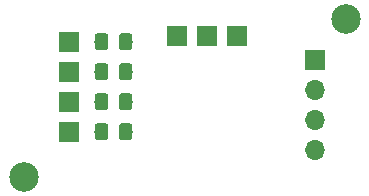
<source format=gbr>
G04 #@! TF.GenerationSoftware,KiCad,Pcbnew,5.1.2-f72e74a~84~ubuntu18.04.1*
G04 #@! TF.CreationDate,2019-07-02T11:32:23+08:00*
G04 #@! TF.ProjectId,cs4354-daughterboard_noDIL,63733433-3534-42d6-9461-756768746572,rev?*
G04 #@! TF.SameCoordinates,Original*
G04 #@! TF.FileFunction,Soldermask,Bot*
G04 #@! TF.FilePolarity,Negative*
%FSLAX46Y46*%
G04 Gerber Fmt 4.6, Leading zero omitted, Abs format (unit mm)*
G04 Created by KiCad (PCBNEW 5.1.2-f72e74a~84~ubuntu18.04.1) date 2019-07-02 11:32:23*
%MOMM*%
%LPD*%
G04 APERTURE LIST*
%ADD10C,0.100000*%
%ADD11C,1.150000*%
%ADD12C,2.500000*%
%ADD13R,1.700000X1.700000*%
%ADD14O,1.700000X1.700000*%
G04 APERTURE END LIST*
D10*
G36*
X133200505Y-67373204D02*
G01*
X133224773Y-67376804D01*
X133248572Y-67382765D01*
X133271671Y-67391030D01*
X133293850Y-67401520D01*
X133314893Y-67414132D01*
X133334599Y-67428747D01*
X133352777Y-67445223D01*
X133369253Y-67463401D01*
X133383868Y-67483107D01*
X133396480Y-67504150D01*
X133406970Y-67526329D01*
X133415235Y-67549428D01*
X133421196Y-67573227D01*
X133424796Y-67597495D01*
X133426000Y-67621999D01*
X133426000Y-68522001D01*
X133424796Y-68546505D01*
X133421196Y-68570773D01*
X133415235Y-68594572D01*
X133406970Y-68617671D01*
X133396480Y-68639850D01*
X133383868Y-68660893D01*
X133369253Y-68680599D01*
X133352777Y-68698777D01*
X133334599Y-68715253D01*
X133314893Y-68729868D01*
X133293850Y-68742480D01*
X133271671Y-68752970D01*
X133248572Y-68761235D01*
X133224773Y-68767196D01*
X133200505Y-68770796D01*
X133176001Y-68772000D01*
X132525999Y-68772000D01*
X132501495Y-68770796D01*
X132477227Y-68767196D01*
X132453428Y-68761235D01*
X132430329Y-68752970D01*
X132408150Y-68742480D01*
X132387107Y-68729868D01*
X132367401Y-68715253D01*
X132349223Y-68698777D01*
X132332747Y-68680599D01*
X132318132Y-68660893D01*
X132305520Y-68639850D01*
X132295030Y-68617671D01*
X132286765Y-68594572D01*
X132280804Y-68570773D01*
X132277204Y-68546505D01*
X132276000Y-68522001D01*
X132276000Y-67621999D01*
X132277204Y-67597495D01*
X132280804Y-67573227D01*
X132286765Y-67549428D01*
X132295030Y-67526329D01*
X132305520Y-67504150D01*
X132318132Y-67483107D01*
X132332747Y-67463401D01*
X132349223Y-67445223D01*
X132367401Y-67428747D01*
X132387107Y-67414132D01*
X132408150Y-67401520D01*
X132430329Y-67391030D01*
X132453428Y-67382765D01*
X132477227Y-67376804D01*
X132501495Y-67373204D01*
X132525999Y-67372000D01*
X133176001Y-67372000D01*
X133200505Y-67373204D01*
X133200505Y-67373204D01*
G37*
D11*
X132851000Y-68072000D03*
D10*
G36*
X131150505Y-67373204D02*
G01*
X131174773Y-67376804D01*
X131198572Y-67382765D01*
X131221671Y-67391030D01*
X131243850Y-67401520D01*
X131264893Y-67414132D01*
X131284599Y-67428747D01*
X131302777Y-67445223D01*
X131319253Y-67463401D01*
X131333868Y-67483107D01*
X131346480Y-67504150D01*
X131356970Y-67526329D01*
X131365235Y-67549428D01*
X131371196Y-67573227D01*
X131374796Y-67597495D01*
X131376000Y-67621999D01*
X131376000Y-68522001D01*
X131374796Y-68546505D01*
X131371196Y-68570773D01*
X131365235Y-68594572D01*
X131356970Y-68617671D01*
X131346480Y-68639850D01*
X131333868Y-68660893D01*
X131319253Y-68680599D01*
X131302777Y-68698777D01*
X131284599Y-68715253D01*
X131264893Y-68729868D01*
X131243850Y-68742480D01*
X131221671Y-68752970D01*
X131198572Y-68761235D01*
X131174773Y-68767196D01*
X131150505Y-68770796D01*
X131126001Y-68772000D01*
X130475999Y-68772000D01*
X130451495Y-68770796D01*
X130427227Y-68767196D01*
X130403428Y-68761235D01*
X130380329Y-68752970D01*
X130358150Y-68742480D01*
X130337107Y-68729868D01*
X130317401Y-68715253D01*
X130299223Y-68698777D01*
X130282747Y-68680599D01*
X130268132Y-68660893D01*
X130255520Y-68639850D01*
X130245030Y-68617671D01*
X130236765Y-68594572D01*
X130230804Y-68570773D01*
X130227204Y-68546505D01*
X130226000Y-68522001D01*
X130226000Y-67621999D01*
X130227204Y-67597495D01*
X130230804Y-67573227D01*
X130236765Y-67549428D01*
X130245030Y-67526329D01*
X130255520Y-67504150D01*
X130268132Y-67483107D01*
X130282747Y-67463401D01*
X130299223Y-67445223D01*
X130317401Y-67428747D01*
X130337107Y-67414132D01*
X130358150Y-67401520D01*
X130380329Y-67391030D01*
X130403428Y-67382765D01*
X130427227Y-67376804D01*
X130451495Y-67373204D01*
X130475999Y-67372000D01*
X131126001Y-67372000D01*
X131150505Y-67373204D01*
X131150505Y-67373204D01*
G37*
D11*
X130801000Y-68072000D03*
D10*
G36*
X133200505Y-64833204D02*
G01*
X133224773Y-64836804D01*
X133248572Y-64842765D01*
X133271671Y-64851030D01*
X133293850Y-64861520D01*
X133314893Y-64874132D01*
X133334599Y-64888747D01*
X133352777Y-64905223D01*
X133369253Y-64923401D01*
X133383868Y-64943107D01*
X133396480Y-64964150D01*
X133406970Y-64986329D01*
X133415235Y-65009428D01*
X133421196Y-65033227D01*
X133424796Y-65057495D01*
X133426000Y-65081999D01*
X133426000Y-65982001D01*
X133424796Y-66006505D01*
X133421196Y-66030773D01*
X133415235Y-66054572D01*
X133406970Y-66077671D01*
X133396480Y-66099850D01*
X133383868Y-66120893D01*
X133369253Y-66140599D01*
X133352777Y-66158777D01*
X133334599Y-66175253D01*
X133314893Y-66189868D01*
X133293850Y-66202480D01*
X133271671Y-66212970D01*
X133248572Y-66221235D01*
X133224773Y-66227196D01*
X133200505Y-66230796D01*
X133176001Y-66232000D01*
X132525999Y-66232000D01*
X132501495Y-66230796D01*
X132477227Y-66227196D01*
X132453428Y-66221235D01*
X132430329Y-66212970D01*
X132408150Y-66202480D01*
X132387107Y-66189868D01*
X132367401Y-66175253D01*
X132349223Y-66158777D01*
X132332747Y-66140599D01*
X132318132Y-66120893D01*
X132305520Y-66099850D01*
X132295030Y-66077671D01*
X132286765Y-66054572D01*
X132280804Y-66030773D01*
X132277204Y-66006505D01*
X132276000Y-65982001D01*
X132276000Y-65081999D01*
X132277204Y-65057495D01*
X132280804Y-65033227D01*
X132286765Y-65009428D01*
X132295030Y-64986329D01*
X132305520Y-64964150D01*
X132318132Y-64943107D01*
X132332747Y-64923401D01*
X132349223Y-64905223D01*
X132367401Y-64888747D01*
X132387107Y-64874132D01*
X132408150Y-64861520D01*
X132430329Y-64851030D01*
X132453428Y-64842765D01*
X132477227Y-64836804D01*
X132501495Y-64833204D01*
X132525999Y-64832000D01*
X133176001Y-64832000D01*
X133200505Y-64833204D01*
X133200505Y-64833204D01*
G37*
D11*
X132851000Y-65532000D03*
D10*
G36*
X131150505Y-64833204D02*
G01*
X131174773Y-64836804D01*
X131198572Y-64842765D01*
X131221671Y-64851030D01*
X131243850Y-64861520D01*
X131264893Y-64874132D01*
X131284599Y-64888747D01*
X131302777Y-64905223D01*
X131319253Y-64923401D01*
X131333868Y-64943107D01*
X131346480Y-64964150D01*
X131356970Y-64986329D01*
X131365235Y-65009428D01*
X131371196Y-65033227D01*
X131374796Y-65057495D01*
X131376000Y-65081999D01*
X131376000Y-65982001D01*
X131374796Y-66006505D01*
X131371196Y-66030773D01*
X131365235Y-66054572D01*
X131356970Y-66077671D01*
X131346480Y-66099850D01*
X131333868Y-66120893D01*
X131319253Y-66140599D01*
X131302777Y-66158777D01*
X131284599Y-66175253D01*
X131264893Y-66189868D01*
X131243850Y-66202480D01*
X131221671Y-66212970D01*
X131198572Y-66221235D01*
X131174773Y-66227196D01*
X131150505Y-66230796D01*
X131126001Y-66232000D01*
X130475999Y-66232000D01*
X130451495Y-66230796D01*
X130427227Y-66227196D01*
X130403428Y-66221235D01*
X130380329Y-66212970D01*
X130358150Y-66202480D01*
X130337107Y-66189868D01*
X130317401Y-66175253D01*
X130299223Y-66158777D01*
X130282747Y-66140599D01*
X130268132Y-66120893D01*
X130255520Y-66099850D01*
X130245030Y-66077671D01*
X130236765Y-66054572D01*
X130230804Y-66030773D01*
X130227204Y-66006505D01*
X130226000Y-65982001D01*
X130226000Y-65081999D01*
X130227204Y-65057495D01*
X130230804Y-65033227D01*
X130236765Y-65009428D01*
X130245030Y-64986329D01*
X130255520Y-64964150D01*
X130268132Y-64943107D01*
X130282747Y-64923401D01*
X130299223Y-64905223D01*
X130317401Y-64888747D01*
X130337107Y-64874132D01*
X130358150Y-64861520D01*
X130380329Y-64851030D01*
X130403428Y-64842765D01*
X130427227Y-64836804D01*
X130451495Y-64833204D01*
X130475999Y-64832000D01*
X131126001Y-64832000D01*
X131150505Y-64833204D01*
X131150505Y-64833204D01*
G37*
D11*
X130801000Y-65532000D03*
D10*
G36*
X133200505Y-62293204D02*
G01*
X133224773Y-62296804D01*
X133248572Y-62302765D01*
X133271671Y-62311030D01*
X133293850Y-62321520D01*
X133314893Y-62334132D01*
X133334599Y-62348747D01*
X133352777Y-62365223D01*
X133369253Y-62383401D01*
X133383868Y-62403107D01*
X133396480Y-62424150D01*
X133406970Y-62446329D01*
X133415235Y-62469428D01*
X133421196Y-62493227D01*
X133424796Y-62517495D01*
X133426000Y-62541999D01*
X133426000Y-63442001D01*
X133424796Y-63466505D01*
X133421196Y-63490773D01*
X133415235Y-63514572D01*
X133406970Y-63537671D01*
X133396480Y-63559850D01*
X133383868Y-63580893D01*
X133369253Y-63600599D01*
X133352777Y-63618777D01*
X133334599Y-63635253D01*
X133314893Y-63649868D01*
X133293850Y-63662480D01*
X133271671Y-63672970D01*
X133248572Y-63681235D01*
X133224773Y-63687196D01*
X133200505Y-63690796D01*
X133176001Y-63692000D01*
X132525999Y-63692000D01*
X132501495Y-63690796D01*
X132477227Y-63687196D01*
X132453428Y-63681235D01*
X132430329Y-63672970D01*
X132408150Y-63662480D01*
X132387107Y-63649868D01*
X132367401Y-63635253D01*
X132349223Y-63618777D01*
X132332747Y-63600599D01*
X132318132Y-63580893D01*
X132305520Y-63559850D01*
X132295030Y-63537671D01*
X132286765Y-63514572D01*
X132280804Y-63490773D01*
X132277204Y-63466505D01*
X132276000Y-63442001D01*
X132276000Y-62541999D01*
X132277204Y-62517495D01*
X132280804Y-62493227D01*
X132286765Y-62469428D01*
X132295030Y-62446329D01*
X132305520Y-62424150D01*
X132318132Y-62403107D01*
X132332747Y-62383401D01*
X132349223Y-62365223D01*
X132367401Y-62348747D01*
X132387107Y-62334132D01*
X132408150Y-62321520D01*
X132430329Y-62311030D01*
X132453428Y-62302765D01*
X132477227Y-62296804D01*
X132501495Y-62293204D01*
X132525999Y-62292000D01*
X133176001Y-62292000D01*
X133200505Y-62293204D01*
X133200505Y-62293204D01*
G37*
D11*
X132851000Y-62992000D03*
D10*
G36*
X131150505Y-62293204D02*
G01*
X131174773Y-62296804D01*
X131198572Y-62302765D01*
X131221671Y-62311030D01*
X131243850Y-62321520D01*
X131264893Y-62334132D01*
X131284599Y-62348747D01*
X131302777Y-62365223D01*
X131319253Y-62383401D01*
X131333868Y-62403107D01*
X131346480Y-62424150D01*
X131356970Y-62446329D01*
X131365235Y-62469428D01*
X131371196Y-62493227D01*
X131374796Y-62517495D01*
X131376000Y-62541999D01*
X131376000Y-63442001D01*
X131374796Y-63466505D01*
X131371196Y-63490773D01*
X131365235Y-63514572D01*
X131356970Y-63537671D01*
X131346480Y-63559850D01*
X131333868Y-63580893D01*
X131319253Y-63600599D01*
X131302777Y-63618777D01*
X131284599Y-63635253D01*
X131264893Y-63649868D01*
X131243850Y-63662480D01*
X131221671Y-63672970D01*
X131198572Y-63681235D01*
X131174773Y-63687196D01*
X131150505Y-63690796D01*
X131126001Y-63692000D01*
X130475999Y-63692000D01*
X130451495Y-63690796D01*
X130427227Y-63687196D01*
X130403428Y-63681235D01*
X130380329Y-63672970D01*
X130358150Y-63662480D01*
X130337107Y-63649868D01*
X130317401Y-63635253D01*
X130299223Y-63618777D01*
X130282747Y-63600599D01*
X130268132Y-63580893D01*
X130255520Y-63559850D01*
X130245030Y-63537671D01*
X130236765Y-63514572D01*
X130230804Y-63490773D01*
X130227204Y-63466505D01*
X130226000Y-63442001D01*
X130226000Y-62541999D01*
X130227204Y-62517495D01*
X130230804Y-62493227D01*
X130236765Y-62469428D01*
X130245030Y-62446329D01*
X130255520Y-62424150D01*
X130268132Y-62403107D01*
X130282747Y-62383401D01*
X130299223Y-62365223D01*
X130317401Y-62348747D01*
X130337107Y-62334132D01*
X130358150Y-62321520D01*
X130380329Y-62311030D01*
X130403428Y-62302765D01*
X130427227Y-62296804D01*
X130451495Y-62293204D01*
X130475999Y-62292000D01*
X131126001Y-62292000D01*
X131150505Y-62293204D01*
X131150505Y-62293204D01*
G37*
D11*
X130801000Y-62992000D03*
D10*
G36*
X133200505Y-59753204D02*
G01*
X133224773Y-59756804D01*
X133248572Y-59762765D01*
X133271671Y-59771030D01*
X133293850Y-59781520D01*
X133314893Y-59794132D01*
X133334599Y-59808747D01*
X133352777Y-59825223D01*
X133369253Y-59843401D01*
X133383868Y-59863107D01*
X133396480Y-59884150D01*
X133406970Y-59906329D01*
X133415235Y-59929428D01*
X133421196Y-59953227D01*
X133424796Y-59977495D01*
X133426000Y-60001999D01*
X133426000Y-60902001D01*
X133424796Y-60926505D01*
X133421196Y-60950773D01*
X133415235Y-60974572D01*
X133406970Y-60997671D01*
X133396480Y-61019850D01*
X133383868Y-61040893D01*
X133369253Y-61060599D01*
X133352777Y-61078777D01*
X133334599Y-61095253D01*
X133314893Y-61109868D01*
X133293850Y-61122480D01*
X133271671Y-61132970D01*
X133248572Y-61141235D01*
X133224773Y-61147196D01*
X133200505Y-61150796D01*
X133176001Y-61152000D01*
X132525999Y-61152000D01*
X132501495Y-61150796D01*
X132477227Y-61147196D01*
X132453428Y-61141235D01*
X132430329Y-61132970D01*
X132408150Y-61122480D01*
X132387107Y-61109868D01*
X132367401Y-61095253D01*
X132349223Y-61078777D01*
X132332747Y-61060599D01*
X132318132Y-61040893D01*
X132305520Y-61019850D01*
X132295030Y-60997671D01*
X132286765Y-60974572D01*
X132280804Y-60950773D01*
X132277204Y-60926505D01*
X132276000Y-60902001D01*
X132276000Y-60001999D01*
X132277204Y-59977495D01*
X132280804Y-59953227D01*
X132286765Y-59929428D01*
X132295030Y-59906329D01*
X132305520Y-59884150D01*
X132318132Y-59863107D01*
X132332747Y-59843401D01*
X132349223Y-59825223D01*
X132367401Y-59808747D01*
X132387107Y-59794132D01*
X132408150Y-59781520D01*
X132430329Y-59771030D01*
X132453428Y-59762765D01*
X132477227Y-59756804D01*
X132501495Y-59753204D01*
X132525999Y-59752000D01*
X133176001Y-59752000D01*
X133200505Y-59753204D01*
X133200505Y-59753204D01*
G37*
D11*
X132851000Y-60452000D03*
D10*
G36*
X131150505Y-59753204D02*
G01*
X131174773Y-59756804D01*
X131198572Y-59762765D01*
X131221671Y-59771030D01*
X131243850Y-59781520D01*
X131264893Y-59794132D01*
X131284599Y-59808747D01*
X131302777Y-59825223D01*
X131319253Y-59843401D01*
X131333868Y-59863107D01*
X131346480Y-59884150D01*
X131356970Y-59906329D01*
X131365235Y-59929428D01*
X131371196Y-59953227D01*
X131374796Y-59977495D01*
X131376000Y-60001999D01*
X131376000Y-60902001D01*
X131374796Y-60926505D01*
X131371196Y-60950773D01*
X131365235Y-60974572D01*
X131356970Y-60997671D01*
X131346480Y-61019850D01*
X131333868Y-61040893D01*
X131319253Y-61060599D01*
X131302777Y-61078777D01*
X131284599Y-61095253D01*
X131264893Y-61109868D01*
X131243850Y-61122480D01*
X131221671Y-61132970D01*
X131198572Y-61141235D01*
X131174773Y-61147196D01*
X131150505Y-61150796D01*
X131126001Y-61152000D01*
X130475999Y-61152000D01*
X130451495Y-61150796D01*
X130427227Y-61147196D01*
X130403428Y-61141235D01*
X130380329Y-61132970D01*
X130358150Y-61122480D01*
X130337107Y-61109868D01*
X130317401Y-61095253D01*
X130299223Y-61078777D01*
X130282747Y-61060599D01*
X130268132Y-61040893D01*
X130255520Y-61019850D01*
X130245030Y-60997671D01*
X130236765Y-60974572D01*
X130230804Y-60950773D01*
X130227204Y-60926505D01*
X130226000Y-60902001D01*
X130226000Y-60001999D01*
X130227204Y-59977495D01*
X130230804Y-59953227D01*
X130236765Y-59929428D01*
X130245030Y-59906329D01*
X130255520Y-59884150D01*
X130268132Y-59863107D01*
X130282747Y-59843401D01*
X130299223Y-59825223D01*
X130317401Y-59808747D01*
X130337107Y-59794132D01*
X130358150Y-59781520D01*
X130380329Y-59771030D01*
X130403428Y-59762765D01*
X130427227Y-59756804D01*
X130451495Y-59753204D01*
X130475999Y-59752000D01*
X131126001Y-59752000D01*
X131150505Y-59753204D01*
X131150505Y-59753204D01*
G37*
D11*
X130801000Y-60452000D03*
D12*
X151511000Y-58547000D03*
X124206000Y-71882000D03*
D13*
X137160000Y-59944000D03*
X142240000Y-59944000D03*
D14*
X148844000Y-69596000D03*
X148844000Y-67056000D03*
X148844000Y-64516000D03*
D13*
X148844000Y-61976000D03*
X128016000Y-68072000D03*
X128016000Y-65532000D03*
X128016000Y-62992000D03*
X128016000Y-60479741D03*
X139700000Y-59944000D03*
M02*

</source>
